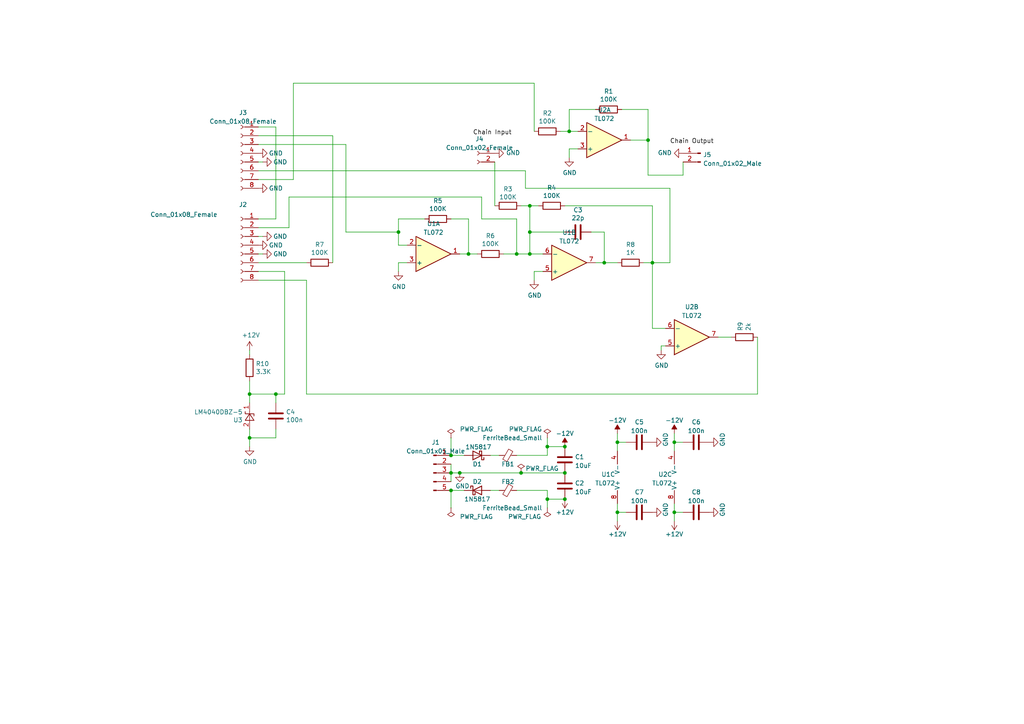
<source format=kicad_sch>
(kicad_sch (version 20211123) (generator eeschema)
  (paper "A4")
  (lib_symbols
    (symbol "Amplifier_Operational:TL072" (pin_names (offset 0.127))
      (property "Reference" "U" (at 0 5.08 0))
      (property "Value" "TL072" (at 0 -5.08 0))
      (symbol "TL072_1_1"
        (polyline (pts (xy -5.08 5.08) (xy 5.08 0) (xy -5.08 -5.08) (xy -5.08 5.08)) (stroke (width 0.254)) (fill (type background)))
        (pin output line (at 7.62 0 180) (length 2.54) (name "~") (number "1"))
        (pin input line (at -7.62 -2.54 0) (length 2.54) (name "-") (number "2"))
        (pin input line (at -7.62 2.54 0) (length 2.54) (name "+") (number "3"))
      )
      (symbol "TL072_2_1"
        (polyline (pts (xy -5.08 5.08) (xy 5.08 0) (xy -5.08 -5.08) (xy -5.08 5.08)) (stroke (width 0.254)) (fill (type background)))
        (pin input line (at -7.62 2.54 0) (length 2.54) (name "+") (number "5"))
        (pin input line (at -7.62 -2.54 0) (length 2.54) (name "-") (number "6"))
        (pin output line (at 7.62 0 180) (length 2.54) (name "~") (number "7"))
      )
      (symbol "TL072_3_1"
        (pin power_in line (at -2.54 -7.62 90) (length 3.81) (name "V-") (number "4"))
        (pin power_in line (at -2.54 7.62 270) (length 3.81) (name "V+") (number "8"))
      )
    )
    (symbol "Connector:Conn_01x02_Female" (pin_names (offset 1.016) hide)
      (property "Reference" "J" (at 0 2.54 0))
      (property "Value" "Conn_01x02_Female" (at 0 -5.08 0))
      (symbol "Conn_01x02_Female_1_1"
        (arc (start 0 -2.032) (mid -0.508 -2.54) (end 0 -3.048) (stroke (width 0.1524)))
        (polyline (pts (xy -1.27 -2.54) (xy -0.508 -2.54)) (stroke (width 0.1524)))
        (polyline (pts (xy -1.27 0) (xy -0.508 0)) (stroke (width 0.1524)))
        (arc (start 0 0.508) (mid -0.508 0) (end 0 -0.508) (stroke (width 0.1524)))
        (pin passive line (at -5.08 0 0) (length 3.81) (name "Pin_1") (number "1"))
        (pin passive line (at -5.08 -2.54 0) (length 3.81) (name "Pin_2") (number "2"))
      )
    )
    (symbol "Connector:Conn_01x02_Male" (pin_names (offset 1.016) hide)
      (property "Reference" "J" (at 0 2.54 0))
      (property "Value" "Conn_01x02_Male" (at 0 -5.08 0))
      (symbol "Conn_01x02_Male_1_1"
        (polyline (pts (xy 1.27 -2.54) (xy 0.8636 -2.54)) (stroke (width 0.1524)))
        (polyline (pts (xy 1.27 0) (xy 0.8636 0)) (stroke (width 0.1524)))
        (rectangle (start 0.8636 -2.413) (end 0 -2.667) (stroke (width 0.1524)) (fill (type outline)))
        (rectangle (start 0.8636 0.127) (end 0 -0.127) (stroke (width 0.1524)) (fill (type outline)))
        (pin passive line (at 5.08 0 180) (length 3.81) (name "Pin_1") (number "1"))
        (pin passive line (at 5.08 -2.54 180) (length 3.81) (name "Pin_2") (number "2"))
      )
    )
    (symbol "Connector:Conn_01x05_Male" (pin_names (offset 1.016) hide)
      (property "Reference" "J" (at 0 7.62 0))
      (property "Value" "Conn_01x05_Male" (at 0 -7.62 0))
      (symbol "Conn_01x05_Male_1_1"
        (polyline (pts (xy 1.27 -5.08) (xy 0.8636 -5.08)) (stroke (width 0.1524)))
        (polyline (pts (xy 1.27 -2.54) (xy 0.8636 -2.54)) (stroke (width 0.1524)))
        (polyline (pts (xy 1.27 0) (xy 0.8636 0)) (stroke (width 0.1524)))
        (polyline (pts (xy 1.27 2.54) (xy 0.8636 2.54)) (stroke (width 0.1524)))
        (polyline (pts (xy 1.27 5.08) (xy 0.8636 5.08)) (stroke (width 0.1524)))
        (rectangle (start 0.8636 -4.953) (end 0 -5.207) (stroke (width 0.1524)) (fill (type outline)))
        (rectangle (start 0.8636 -2.413) (end 0 -2.667) (stroke (width 0.1524)) (fill (type outline)))
        (rectangle (start 0.8636 0.127) (end 0 -0.127) (stroke (width 0.1524)) (fill (type outline)))
        (rectangle (start 0.8636 2.667) (end 0 2.413) (stroke (width 0.1524)) (fill (type outline)))
        (rectangle (start 0.8636 5.207) (end 0 4.953) (stroke (width 0.1524)) (fill (type outline)))
        (pin passive line (at 5.08 5.08 180) (length 3.81) (name "Pin_1") (number "1"))
        (pin passive line (at 5.08 2.54 180) (length 3.81) (name "Pin_2") (number "2"))
        (pin passive line (at 5.08 0 180) (length 3.81) (name "Pin_3") (number "3"))
        (pin passive line (at 5.08 -2.54 180) (length 3.81) (name "Pin_4") (number "4"))
        (pin passive line (at 5.08 -5.08 180) (length 3.81) (name "Pin_5") (number "5"))
      )
    )
    (symbol "Connector:Conn_01x08_Female" (pin_names (offset 1.016) hide)
      (property "Reference" "J" (at 0 10.16 0))
      (property "Value" "Conn_01x08_Female" (at 0 -12.7 0))
      (symbol "Conn_01x08_Female_1_1"
        (arc (start 0 -9.652) (mid -0.508 -10.16) (end 0 -10.668) (stroke (width 0.1524)))
        (arc (start 0 -7.112) (mid -0.508 -7.62) (end 0 -8.128) (stroke (width 0.1524)))
        (arc (start 0 -4.572) (mid -0.508 -5.08) (end 0 -5.588) (stroke (width 0.1524)))
        (arc (start 0 -2.032) (mid -0.508 -2.54) (end 0 -3.048) (stroke (width 0.1524)))
        (polyline (pts (xy -1.27 -10.16) (xy -0.508 -10.16)) (stroke (width 0.1524)))
        (polyline (pts (xy -1.27 -7.62) (xy -0.508 -7.62)) (stroke (width 0.1524)))
        (polyline (pts (xy -1.27 -5.08) (xy -0.508 -5.08)) (stroke (width 0.1524)))
        (polyline (pts (xy -1.27 -2.54) (xy -0.508 -2.54)) (stroke (width 0.1524)))
        (polyline (pts (xy -1.27 0) (xy -0.508 0)) (stroke (width 0.1524)))
        (polyline (pts (xy -1.27 2.54) (xy -0.508 2.54)) (stroke (width 0.1524)))
        (polyline (pts (xy -1.27 5.08) (xy -0.508 5.08)) (stroke (width 0.1524)))
        (polyline (pts (xy -1.27 7.62) (xy -0.508 7.62)) (stroke (width 0.1524)))
        (arc (start 0 0.508) (mid -0.508 0) (end 0 -0.508) (stroke (width 0.1524)))
        (arc (start 0 3.048) (mid -0.508 2.54) (end 0 2.032) (stroke (width 0.1524)))
        (arc (start 0 5.588) (mid -0.508 5.08) (end 0 4.572) (stroke (width 0.1524)))
        (arc (start 0 8.128) (mid -0.508 7.62) (end 0 7.112) (stroke (width 0.1524)))
        (pin passive line (at -5.08 7.62 0) (length 3.81) (name "Pin_1") (number "1"))
        (pin passive line (at -5.08 5.08 0) (length 3.81) (name "Pin_2") (number "2"))
        (pin passive line (at -5.08 2.54 0) (length 3.81) (name "Pin_3") (number "3"))
        (pin passive line (at -5.08 0 0) (length 3.81) (name "Pin_4") (number "4"))
        (pin passive line (at -5.08 -2.54 0) (length 3.81) (name "Pin_5") (number "5"))
        (pin passive line (at -5.08 -5.08 0) (length 3.81) (name "Pin_6") (number "6"))
        (pin passive line (at -5.08 -7.62 0) (length 3.81) (name "Pin_7") (number "7"))
        (pin passive line (at -5.08 -10.16 0) (length 3.81) (name "Pin_8") (number "8"))
      )
    )
    (symbol "Device:C" (pin_numbers hide) (pin_names (offset 0.254))
      (property "Reference" "C" (at 0.635 2.54 0))
      (property "Value" "C" (at 0.635 -2.54 0))
      (symbol "C_0_1"
        (polyline (pts (xy -2.032 -0.762) (xy 2.032 -0.762)) (stroke (width 0.508)))
        (polyline (pts (xy -2.032 0.762) (xy 2.032 0.762)) (stroke (width 0.508)))
      )
      (symbol "C_1_1"
        (pin passive line (at 0 3.81 270) (length 2.794) (name "~") (number "1"))
        (pin passive line (at 0 -3.81 90) (length 2.794) (name "~") (number "2"))
      )
    )
    (symbol "Device:FerriteBead_Small" (pin_numbers hide) (pin_names (offset 0))
      (property "Reference" "FB" (at 1.905 1.27 0))
      (property "Value" "FerriteBead_Small" (at 1.905 -1.27 0))
      (symbol "FerriteBead_Small_0_1"
        (polyline (pts (xy 0 -1.27) (xy 0 -0.7874)))
        (polyline (pts (xy 0 0.889) (xy 0 1.2954)))
        (polyline (pts (xy -1.8288 0.2794) (xy -1.1176 1.4986) (xy 1.8288 -0.2032) (xy 1.1176 -1.4224) (xy -1.8288 0.2794)))
      )
      (symbol "FerriteBead_Small_1_1"
        (pin passive line (at 0 2.54 270) (length 1.27) (name "~") (number "1"))
        (pin passive line (at 0 -2.54 90) (length 1.27) (name "~") (number "2"))
      )
    )
    (symbol "Device:R" (pin_numbers hide) (pin_names (offset 0))
      (property "Reference" "R" (at 2.032 0 90))
      (property "Value" "R" (at 0 0 90))
      (symbol "R_0_1"
        (rectangle (start -1.016 -2.54) (end 1.016 2.54) (stroke (width 0.254)))
      )
      (symbol "R_1_1"
        (pin passive line (at 0 3.81 270) (length 1.27) (name "~") (number "1"))
        (pin passive line (at 0 -3.81 90) (length 1.27) (name "~") (number "2"))
      )
    )
    (symbol "Diode:1N5817" (pin_numbers hide) (pin_names (offset 1.016) hide)
      (property "Reference" "D" (at 0 2.54 0))
      (property "Value" "1N5817" (at 0 -2.54 0))
      (symbol "1N5817_0_1"
        (polyline (pts (xy 1.27 0) (xy -1.27 0)))
        (polyline (pts (xy 1.27 1.27) (xy 1.27 -1.27) (xy -1.27 0) (xy 1.27 1.27)) (stroke (width 0.254)))
        (polyline (pts (xy -1.905 0.635) (xy -1.905 1.27) (xy -1.27 1.27) (xy -1.27 -1.27) (xy -0.635 -1.27) (xy -0.635 -0.635)) (stroke (width 0.254)))
      )
      (symbol "1N5817_1_1"
        (pin passive line (at -3.81 0 0) (length 2.54) (name "K") (number "1"))
        (pin passive line (at 3.81 0 180) (length 2.54) (name "A") (number "2"))
      )
    )
    (symbol "Reference_Voltage:LM4040DBZ-5" (pin_names (offset 0.0254) hide)
      (property "Reference" "U" (at 0 2.54 0))
      (property "Value" "LM4040DBZ-5" (at 0 -3.175 0))
      (symbol "LM4040DBZ-5_0_1"
        (polyline (pts (xy -1.27 0) (xy 0 0) (xy 1.27 0)))
        (polyline (pts (xy -1.27 -1.27) (xy 0.635 0) (xy -1.27 1.27) (xy -1.27 -1.27)) (stroke (width 0.2032)))
        (polyline (pts (xy 0 -1.27) (xy 0.635 -1.27) (xy 0.635 1.27) (xy 1.27 1.27)) (stroke (width 0.2032)))
      )
      (symbol "LM4040DBZ-5_1_1"
        (pin passive line (at 3.81 0 180) (length 2.54) (name "K") (number "1"))
        (pin passive line (at -3.81 0 0) (length 2.54) (name "A") (number "2"))
      )
    )
    (symbol "power:+12V" (power) (pin_names (offset 0))
      (property "Value" "+12V" (at 0 3.556 0))
      (symbol "+12V_0_1"
        (polyline (pts (xy -0.762 1.27) (xy 0 2.54)))
        (polyline (pts (xy 0 0) (xy 0 2.54)))
        (polyline (pts (xy 0 2.54) (xy 0.762 1.27)))
      )
      (symbol "+12V_1_1"
        (pin power_in line (at 0 0 90) (length 0) hide (name "+12V") (number "1"))
      )
    )
    (symbol "power:-12V" (power) (pin_names (offset 0))
      (property "Value" "-12V" (at 0 3.81 0))
      (symbol "-12V_0_0"
        (pin power_in line (at 0 0 90) (length 0) hide (name "-12V") (number "1"))
      )
      (symbol "-12V_0_1"
        (polyline (pts (xy 0 0) (xy 0 1.27) (xy 0.762 1.27) (xy 0 2.54) (xy -0.762 1.27) (xy 0 1.27)) (fill (type outline)))
      )
    )
    (symbol "power:GND" (power) (pin_names (offset 0))
      (property "Value" "GND" (at 0 -3.81 0))
      (symbol "GND_0_1"
        (polyline (pts (xy 0 0) (xy 0 -1.27) (xy 1.27 -1.27) (xy 0 -2.54) (xy -1.27 -1.27) (xy 0 -1.27)))
      )
      (symbol "GND_1_1"
        (pin power_in line (at 0 0 270) (length 0) hide (name "GND") (number "1"))
      )
    )
    (symbol "power:PWR_FLAG" (power) (pin_numbers hide) (pin_names (offset 0) hide)
      (property "Value" "PWR_FLAG" (at 0 3.81 0))
      (symbol "PWR_FLAG_0_0"
        (pin power_out line (at 0 0 90) (length 0) (name "pwr") (number "1"))
      )
      (symbol "PWR_FLAG_0_1"
        (polyline (pts (xy 0 0) (xy 0 1.27) (xy -1.016 1.905) (xy 0 2.54) (xy 1.016 1.905) (xy 0 1.27)))
      )
    )
  )
  (junction (at 189.23 76.2))
  (junction (at 151.13 137.16))
  (junction (at 158.75 129.54))
  (junction (at 130.81 142.24))
  (junction (at 195.58 148.59))
  (junction (at 158.75 144.78))
  (junction (at 153.67 73.66))
  (junction (at 163.83 137.16))
  (junction (at 80.01 114.3))
  (junction (at 187.96 40.64))
  (junction (at 195.58 128.27))
  (junction (at 179.07 148.59))
  (junction (at 72.39 127))
  (junction (at 153.67 59.69))
  (junction (at 175.26 76.2))
  (junction (at 153.67 67.31))
  (junction (at 130.81 137.16))
  (junction (at 179.07 128.27))
  (junction (at 133.35 137.16))
  (junction (at 115.57 67.31))
  (junction (at 163.83 144.78))
  (junction (at 165.1 38.1))
  (junction (at 130.81 132.08))
  (junction (at 163.83 129.54))
  (junction (at 149.86 73.66))
  (junction (at 135.89 73.66))
  (junction (at 72.39 114.3))
  (wire (pts (xy 189.23 76.2) (xy 186.69 76.2)))
  (wire (pts (xy 149.86 73.66) (xy 153.67 73.66)))
  (wire (pts (xy 74.93 36.83) (xy 80.01 36.83)))
  (wire (pts (xy 219.71 97.79) (xy 219.71 114.3)))
  (wire (pts (xy 133.35 137.16) (xy 151.13 137.16)))
  (wire (pts (xy 171.45 67.31) (xy 175.26 67.31)))
  (wire (pts (xy 144.78 142.24) (xy 142.24 142.24)))
  (wire (pts (xy 163.83 144.78) (xy 158.75 144.78)))
  (wire (pts (xy 72.39 127) (xy 80.01 127)))
  (wire (pts (xy 130.81 142.24) (xy 130.81 147.32)))
  (wire (pts (xy 74.93 46.99) (xy 76.2 46.99)))
  (wire (pts (xy 187.96 50.8) (xy 198.12 50.8)))
  (wire (pts (xy 74.93 76.2) (xy 88.9 76.2)))
  (wire (pts (xy 193.04 100.33) (xy 191.77 100.33)))
  (wire (pts (xy 139.7 57.15) (xy 83.82 57.15)))
  (wire (pts (xy 179.07 146.05) (xy 179.07 148.59)))
  (wire (pts (xy 151.13 59.69) (xy 153.67 59.69)))
  (wire (pts (xy 189.23 76.2) (xy 194.31 76.2)))
  (wire (pts (xy 158.75 147.32) (xy 158.75 144.78)))
  (wire (pts (xy 118.11 76.2) (xy 115.57 76.2)))
  (wire (pts (xy 115.57 71.12) (xy 115.57 67.31)))
  (wire (pts (xy 158.75 144.78) (xy 158.75 142.24)))
  (wire (pts (xy 152.4 49.53) (xy 152.4 54.61)))
  (wire (pts (xy 115.57 71.12) (xy 118.11 71.12)))
  (wire (pts (xy 156.21 59.69) (xy 153.67 59.69)))
  (wire (pts (xy 167.64 43.18) (xy 165.1 43.18)))
  (wire (pts (xy 191.77 100.33) (xy 191.77 101.6)))
  (wire (pts (xy 187.96 40.64) (xy 187.96 31.75)))
  (wire (pts (xy 130.81 134.62) (xy 130.81 137.16)))
  (wire (pts (xy 195.58 148.59) (xy 198.12 148.59)))
  (wire (pts (xy 130.81 127) (xy 130.81 132.08)))
  (wire (pts (xy 163.83 67.31) (xy 153.67 67.31)))
  (wire (pts (xy 100.33 67.31) (xy 115.57 67.31)))
  (wire (pts (xy 172.72 76.2) (xy 175.26 76.2)))
  (wire (pts (xy 76.2 73.66) (xy 74.93 73.66)))
  (wire (pts (xy 115.57 63.5) (xy 123.19 63.5)))
  (wire (pts (xy 115.57 67.31) (xy 115.57 63.5)))
  (wire (pts (xy 154.94 24.13) (xy 154.94 38.1)))
  (wire (pts (xy 143.51 46.99) (xy 143.51 59.69)))
  (wire (pts (xy 151.13 137.16) (xy 163.83 137.16)))
  (wire (pts (xy 158.75 129.54) (xy 158.75 132.08)))
  (wire (pts (xy 130.81 132.08) (xy 134.62 132.08)))
  (wire (pts (xy 154.94 24.13) (xy 85.09 24.13)))
  (wire (pts (xy 189.23 76.2) (xy 189.23 95.25)))
  (wire (pts (xy 163.83 129.54) (xy 158.75 129.54)))
  (wire (pts (xy 144.78 132.08) (xy 142.24 132.08)))
  (wire (pts (xy 195.58 125.73) (xy 195.58 128.27)))
  (wire (pts (xy 175.26 76.2) (xy 179.07 76.2)))
  (wire (pts (xy 130.81 142.24) (xy 134.62 142.24)))
  (wire (pts (xy 96.52 76.2) (xy 96.52 39.37)))
  (wire (pts (xy 195.58 146.05) (xy 195.58 148.59)))
  (wire (pts (xy 85.09 24.13) (xy 85.09 52.07)))
  (wire (pts (xy 179.07 125.73) (xy 179.07 128.27)))
  (wire (pts (xy 208.28 97.79) (xy 212.09 97.79)))
  (wire (pts (xy 133.35 137.16) (xy 130.81 137.16)))
  (wire (pts (xy 165.1 31.75) (xy 165.1 38.1)))
  (wire (pts (xy 74.93 49.53) (xy 152.4 49.53)))
  (wire (pts (xy 149.86 63.5) (xy 139.7 63.5)))
  (wire (pts (xy 139.7 63.5) (xy 139.7 57.15)))
  (wire (pts (xy 88.9 114.3) (xy 219.71 114.3)))
  (wire (pts (xy 195.58 128.27) (xy 195.58 130.81)))
  (wire (pts (xy 187.96 50.8) (xy 187.96 40.64)))
  (wire (pts (xy 80.01 36.83) (xy 80.01 63.5)))
  (wire (pts (xy 153.67 73.66) (xy 157.48 73.66)))
  (wire (pts (xy 198.12 50.8) (xy 198.12 46.99)))
  (wire (pts (xy 149.86 73.66) (xy 149.86 63.5)))
  (wire (pts (xy 130.81 63.5) (xy 135.89 63.5)))
  (wire (pts (xy 187.96 31.75) (xy 180.34 31.75)))
  (wire (pts (xy 189.23 95.25) (xy 193.04 95.25)))
  (wire (pts (xy 194.31 54.61) (xy 194.31 76.2)))
  (wire (pts (xy 158.75 127) (xy 158.75 129.54)))
  (wire (pts (xy 179.07 128.27) (xy 181.61 128.27)))
  (wire (pts (xy 175.26 67.31) (xy 175.26 76.2)))
  (wire (pts (xy 74.93 78.74) (xy 82.55 78.74)))
  (wire (pts (xy 83.82 57.15) (xy 83.82 66.04)))
  (wire (pts (xy 83.82 66.04) (xy 74.93 66.04)))
  (wire (pts (xy 179.07 128.27) (xy 179.07 130.81)))
  (wire (pts (xy 158.75 142.24) (xy 149.86 142.24)))
  (wire (pts (xy 130.81 137.16) (xy 130.81 139.7)))
  (wire (pts (xy 135.89 73.66) (xy 138.43 73.66)))
  (wire (pts (xy 162.56 38.1) (xy 165.1 38.1)))
  (wire (pts (xy 115.57 76.2) (xy 115.57 78.74)))
  (wire (pts (xy 80.01 63.5) (xy 74.93 63.5)))
  (wire (pts (xy 80.01 114.3) (xy 72.39 114.3)))
  (wire (pts (xy 153.67 59.69) (xy 153.67 67.31)))
  (wire (pts (xy 182.88 40.64) (xy 187.96 40.64)))
  (wire (pts (xy 195.58 148.59) (xy 195.58 151.13)))
  (wire (pts (xy 165.1 38.1) (xy 167.64 38.1)))
  (wire (pts (xy 100.33 41.91) (xy 74.93 41.91)))
  (wire (pts (xy 72.39 110.49) (xy 72.39 114.3)))
  (wire (pts (xy 72.39 116.84) (xy 72.39 114.3)))
  (wire (pts (xy 195.58 128.27) (xy 198.12 128.27)))
  (wire (pts (xy 135.89 63.5) (xy 135.89 73.66)))
  (wire (pts (xy 82.55 78.74) (xy 82.55 114.3)))
  (wire (pts (xy 72.39 129.54) (xy 72.39 127)))
  (wire (pts (xy 100.33 67.31) (xy 100.33 41.91)))
  (wire (pts (xy 133.35 73.66) (xy 135.89 73.66)))
  (wire (pts (xy 88.9 114.3) (xy 88.9 81.28)))
  (wire (pts (xy 82.55 114.3) (xy 80.01 114.3)))
  (wire (pts (xy 152.4 54.61) (xy 194.31 54.61)))
  (wire (pts (xy 157.48 78.74) (xy 154.94 78.74)))
  (wire (pts (xy 88.9 81.28) (xy 74.93 81.28)))
  (wire (pts (xy 74.93 52.07) (xy 85.09 52.07)))
  (wire (pts (xy 72.39 124.46) (xy 72.39 127)))
  (wire (pts (xy 154.94 78.74) (xy 154.94 81.28)))
  (wire (pts (xy 80.01 116.84) (xy 80.01 114.3)))
  (wire (pts (xy 146.05 73.66) (xy 149.86 73.66)))
  (wire (pts (xy 179.07 148.59) (xy 181.61 148.59)))
  (wire (pts (xy 189.23 59.69) (xy 163.83 59.69)))
  (wire (pts (xy 153.67 67.31) (xy 153.67 73.66)))
  (wire (pts (xy 165.1 43.18) (xy 165.1 45.72)))
  (wire (pts (xy 76.2 68.58) (xy 74.93 68.58)))
  (wire (pts (xy 158.75 132.08) (xy 149.86 132.08)))
  (wire (pts (xy 72.39 101.6) (xy 72.39 102.87)))
  (wire (pts (xy 80.01 127) (xy 80.01 124.46)))
  (wire (pts (xy 96.52 39.37) (xy 74.93 39.37)))
  (wire (pts (xy 179.07 148.59) (xy 179.07 151.13)))
  (wire (pts (xy 189.23 76.2) (xy 189.23 59.69)))
  (wire (pts (xy 172.72 31.75) (xy 165.1 31.75)))
  (label "Chain Input" (at 137.16 39.37 0))
  (label "Chain Output" (at 194.31 41.91 0))
  (symbol (lib_id "Connector:Conn_01x08_Female") (at 69.85 44.45 0) (mirror y) (unit 1)
    (property "Reference" "J3" (at 70.485 32.673 0))
    (property "Value" "Conn_01x08_Female" (at 70.485 35.2099 0))
    (property "Footprint" "Connector_PinSocket_2.54mm:PinSocket_1x08_P2.54mm_Vertical" (effects hide))
  )
  (symbol (lib_id "power:PWR_FLAG") (at 158.75 127 0) (unit 1)
    (property "Reference" "#FLG0104" (effects hide))
    (property "Value" "PWR_FLAG" (at 152.4 124.46 0))
  )
  (symbol (lib_id "power:+12V") (at 195.58 151.13 180) (unit 1)
    (property "Reference" "#PWR022" (effects hide))
    (property "Value" "+12V" (at 195.58 154.94 0))
  )
  (symbol (lib_id "power:GND") (at 205.74 148.59 90) (unit 1)
    (property "Reference" "#PWR020" (effects hide))
    (property "Value" "GND" (at 209.55 149.86 0) (effects (justify left)))
  )
  (symbol (lib_id "power:+12V") (at 163.83 144.78 180) (unit 1)
    (property "Reference" "#PWR0104" (effects hide))
    (property "Value" "+12V" (at 163.83 148.59 0))
  )
  (symbol (lib_id "Device:R") (at 72.39 106.68 0) (unit 1)
    (property "Reference" "R10" (at 74.168 105.5116 0) (effects (justify left)))
    (property "Value" "3.3K" (at 74.168 107.823 0) (effects (justify left)))
    (property "Footprint" "Resistor_SMD:R_0603_1608Metric" (effects hide))
  )
  (symbol (lib_id "Device:R") (at 160.02 59.69 90) (unit 1)
    (property "Reference" "R4" (at 160.02 54.4322 90))
    (property "Value" "100K" (at 160.02 56.7436 90))
    (property "Footprint" "Resistor_SMD:R_0603_1608Metric" (effects hide))
  )
  (symbol (lib_id "power:GND") (at 165.1 45.72 0) (unit 1)
    (property "Reference" "#PWR04" (effects hide))
    (property "Value" "GND" (at 165.227 50.1142 0))
  )
  (symbol (lib_id "Device:C") (at 163.83 140.97 0) (unit 1)
    (property "Reference" "C2" (at 166.751 140.1353 0) (effects (justify left)))
    (property "Value" "10uF" (at 166.751 142.6722 0) (effects (justify left)))
    (property "Footprint" "Capacitor_SMD:C_0805_2012Metric" (effects hide))
  )
  (symbol (lib_id "power:GND") (at 76.2 46.99 90) (unit 1)
    (property "Reference" "#PWR05" (effects hide))
    (property "Value" "GND" (at 81.28 46.99 90))
  )
  (symbol (lib_id "power:GND") (at 191.77 101.6 0) (unit 1)
    (property "Reference" "#PWR013" (effects hide))
    (property "Value" "GND" (at 191.897 105.9942 0))
  )
  (symbol (lib_id "power:GND") (at 115.57 78.74 0) (unit 1)
    (property "Reference" "#PWR010" (effects hide))
    (property "Value" "GND" (at 115.697 83.1342 0))
  )
  (symbol (lib_id "Device:R") (at 147.32 59.69 90) (unit 1)
    (property "Reference" "R3" (at 147.32 54.8386 90))
    (property "Value" "100K" (at 147.32 57.15 90))
    (property "Footprint" "Resistor_SMD:R_0603_1608Metric" (effects hide))
  )
  (symbol (lib_id "Diode:1N5817") (at 138.43 132.08 180) (unit 1)
    (property "Reference" "D1" (at 138.43 134.62 0))
    (property "Value" "1N5817" (at 138.7475 129.6471 0))
    (property "Footprint" "Diode_SMD:D_SOD-123" (effects hide))
    (property "Datasheet" "http://www.vishay.com/docs/88525/1n5817.pdf" (effects hide))
  )
  (symbol (lib_id "Amplifier_Operational:TL072") (at 165.1 76.2 0) (mirror x) (unit 2)
    (property "Reference" "U1" (at 165.1 67.4202 0))
    (property "Value" "TL072" (at 165.1 69.9571 0))
    (property "Footprint" "Package_SO:SOIC-8_3.9x4.9mm_P1.27mm" (effects hide))
    (property "Datasheet" "http://www.ti.com/lit/ds/symlink/tl071.pdf" (effects hide))
  )
  (symbol (lib_id "power:-12V") (at 195.58 125.73 0) (unit 1)
    (property "Reference" "#PWR015" (effects hide))
    (property "Value" "-12V" (at 195.58 121.92 0))
  )
  (symbol (lib_id "Connector:Conn_01x02_Male") (at 203.2 44.45 0) (mirror y) (unit 1)
    (property "Reference" "J5" (at 203.9112 44.8853 0) (effects (justify right)))
    (property "Value" "Conn_01x02_Male" (at 203.9112 47.4222 0) (effects (justify right)))
    (property "Footprint" "Connector_JST:JST_EH_B2B-EH-A_1x02_P2.50mm_Vertical" (effects hide))
  )
  (symbol (lib_id "Device:R") (at 158.75 38.1 90) (unit 1)
    (property "Reference" "R2" (at 158.75 32.8422 90))
    (property "Value" "100K" (at 158.75 35.1536 90))
    (property "Footprint" "Resistor_SMD:R_0603_1608Metric" (effects hide))
  )
  (symbol (lib_id "power:GND") (at 76.2 73.66 90) (unit 1)
    (property "Reference" "#PWR09" (effects hide))
    (property "Value" "GND" (at 81.28 73.66 90))
  )
  (symbol (lib_id "Amplifier_Operational:TL072") (at 175.26 40.64 0) (mirror x) (unit 1)
    (property "Reference" "U2" (at 175.26 31.8602 0))
    (property "Value" "TL072" (at 175.26 34.3971 0))
    (property "Footprint" "Package_SO:SOIC-8_3.9x4.9mm_P1.27mm" (effects hide))
    (property "Datasheet" "http://www.ti.com/lit/ds/symlink/tl071.pdf" (effects hide))
  )
  (symbol (lib_id "Diode:1N5817") (at 138.43 142.24 0) (unit 1)
    (property "Reference" "D2" (at 138.43 139.7 0))
    (property "Value" "1N5817" (at 138.43 144.78 0))
    (property "Footprint" "Diode_SMD:D_SOD-123" (effects hide))
    (property "Datasheet" "http://www.vishay.com/docs/88525/1n5817.pdf" (effects hide))
  )
  (symbol (lib_id "Amplifier_Operational:TL072") (at 200.66 97.79 0) (mirror x) (unit 2)
    (property "Reference" "U2" (at 200.66 89.0102 0))
    (property "Value" "TL072" (at 200.66 91.5471 0))
    (property "Footprint" "Package_SO:SOIC-8_3.9x4.9mm_P1.27mm" (effects hide))
    (property "Datasheet" "http://www.ti.com/lit/ds/symlink/tl071.pdf" (effects hide))
  )
  (symbol (lib_id "power:GND") (at 205.74 128.27 90) (unit 1)
    (property "Reference" "#PWR017" (effects hide))
    (property "Value" "GND" (at 209.55 129.54 0) (effects (justify left)))
  )
  (symbol (lib_id "Device:R") (at 176.53 31.75 90) (unit 1)
    (property "Reference" "R1" (at 176.53 26.4922 90))
    (property "Value" "100K" (at 176.53 28.8036 90))
    (property "Footprint" "Resistor_SMD:R_0603_1608Metric" (effects hide))
  )
  (symbol (lib_id "Device:R") (at 142.24 73.66 90) (unit 1)
    (property "Reference" "R6" (at 142.24 68.4022 90))
    (property "Value" "100K" (at 142.24 70.7136 90))
    (property "Footprint" "Resistor_SMD:R_0603_1608Metric" (effects hide))
  )
  (symbol (lib_id "power:GND") (at 76.2 68.58 90) (unit 1)
    (property "Reference" "#PWR07" (effects hide))
    (property "Value" "GND" (at 81.28 68.58 90))
  )
  (symbol (lib_id "power:GND") (at 74.93 71.12 90) (unit 1)
    (property "Reference" "#PWR08" (effects hide))
    (property "Value" "GND" (at 80.01 71.12 90))
  )
  (symbol (lib_id "Connector:Conn_01x02_Female") (at 138.43 44.45 0) (mirror y) (unit 1)
    (property "Reference" "J4" (at 139.065 40.293 0))
    (property "Value" "Conn_01x02_Female" (at 139.065 42.8299 0))
    (property "Footprint" "Connector_JST:JST_EH_B2B-EH-A_1x02_P2.50mm_Vertical" (effects hide))
  )
  (symbol (lib_id "power:PWR_FLAG") (at 158.75 147.32 180) (unit 1)
    (property "Reference" "#FLG0103" (effects hide))
    (property "Value" "PWR_FLAG" (at 147.32 149.86 0) (effects (justify right)))
  )
  (symbol (lib_id "power:PWR_FLAG") (at 130.81 147.32 180) (unit 1)
    (property "Reference" "#FLG0101" (effects hide))
    (property "Value" "PWR_FLAG" (at 133.35 149.86 0) (effects (justify right)))
  )
  (symbol (lib_id "Device:C") (at 185.42 148.59 90) (unit 1)
    (property "Reference" "C7" (at 185.42 142.7312 90))
    (property "Value" "100n" (at 185.42 145.2681 90))
    (property "Footprint" "Capacitor_SMD:C_0603_1608Metric" (effects hide))
  )
  (symbol (lib_id "power:GND") (at 74.93 54.61 90) (unit 1)
    (property "Reference" "#PWR06" (effects hide))
    (property "Value" "GND" (at 80.01 54.61 90))
  )
  (symbol (lib_id "power:GND") (at 198.12 44.45 270) (mirror x) (unit 1)
    (property "Reference" "#PWR03" (effects hide))
    (property "Value" "GND" (at 194.8688 44.323 90) (effects (justify right)))
  )
  (symbol (lib_id "Connector:Conn_01x08_Female") (at 69.85 71.12 0) (mirror y) (unit 1)
    (property "Reference" "J2" (at 70.485 59.343 0))
    (property "Value" "Conn_01x08_Female" (at 53.34 62.23 0))
    (property "Footprint" "Connector_PinSocket_2.54mm:PinSocket_1x08_P2.54mm_Vertical" (effects hide))
  )
  (symbol (lib_id "Amplifier_Operational:TL072") (at 181.61 138.43 0) (mirror x) (unit 3)
    (property "Reference" "U1" (at 178.4351 137.5953 0) (effects (justify right)))
    (property "Value" "TL072" (at 178.4351 140.1322 0) (effects (justify right)))
    (property "Footprint" "Package_SO:SOIC-8_3.9x4.9mm_P1.27mm" (effects hide))
    (property "Datasheet" "http://www.ti.com/lit/ds/symlink/tl071.pdf" (effects hide))
  )
  (symbol (lib_id "Amplifier_Operational:TL072") (at 125.73 73.66 0) (mirror x) (unit 1)
    (property "Reference" "U1" (at 125.73 64.8802 0))
    (property "Value" "TL072" (at 125.73 67.4171 0))
    (property "Footprint" "Package_SO:SOIC-8_3.9x4.9mm_P1.27mm" (effects hide))
    (property "Datasheet" "http://www.ti.com/lit/ds/symlink/tl071.pdf" (effects hide))
  )
  (symbol (lib_id "Device:C") (at 201.93 148.59 90) (unit 1)
    (property "Reference" "C8" (at 201.93 142.7312 90))
    (property "Value" "100n" (at 201.93 145.2681 90))
    (property "Footprint" "Capacitor_SMD:C_0603_1608Metric" (effects hide))
  )
  (symbol (lib_id "power:GND") (at 74.93 44.45 90) (unit 1)
    (property "Reference" "#PWR01" (effects hide))
    (property "Value" "GND" (at 80.01 44.45 90))
  )
  (symbol (lib_id "Device:R") (at 182.88 76.2 90) (unit 1)
    (property "Reference" "R8" (at 182.88 70.9422 90))
    (property "Value" "1K" (at 182.88 73.2536 90))
    (property "Footprint" "Resistor_SMD:R_0603_1608Metric" (effects hide))
  )
  (symbol (lib_id "power:GND") (at 72.39 129.54 0) (unit 1)
    (property "Reference" "#PWR018" (effects hide))
    (property "Value" "GND" (at 72.517 133.9342 0))
  )
  (symbol (lib_id "Device:FerriteBead_Small") (at 147.32 142.24 90) (unit 1)
    (property "Reference" "FB2" (at 147.32 139.7 90))
    (property "Value" "FerriteBead_Small" (at 148.59 147.32 90))
    (property "Footprint" "Resistor_SMD:R_0603_1608Metric" (effects hide))
  )
  (symbol (lib_id "Amplifier_Operational:TL072") (at 198.12 138.43 0) (mirror x) (unit 3)
    (property "Reference" "U2" (at 194.9451 137.5953 0) (effects (justify right)))
    (property "Value" "TL072" (at 194.9451 140.1322 0) (effects (justify right)))
    (property "Footprint" "Package_SO:SOIC-8_3.9x4.9mm_P1.27mm" (effects hide))
    (property "Datasheet" "http://www.ti.com/lit/ds/symlink/tl071.pdf" (effects hide))
  )
  (symbol (lib_id "Device:C") (at 185.42 128.27 90) (unit 1)
    (property "Reference" "C5" (at 185.42 122.4112 90))
    (property "Value" "100n" (at 185.42 124.9481 90))
    (property "Footprint" "Capacitor_SMD:C_0603_1608Metric" (effects hide))
  )
  (symbol (lib_id "power:GND") (at 143.51 44.45 90) (unit 1)
    (property "Reference" "#PWR02" (effects hide))
    (property "Value" "GND" (at 146.7612 44.323 90) (effects (justify right)))
  )
  (symbol (lib_id "Device:C") (at 163.83 133.35 0) (unit 1)
    (property "Reference" "C1" (at 166.751 132.5153 0) (effects (justify left)))
    (property "Value" "10uF" (at 166.751 135.0522 0) (effects (justify left)))
    (property "Footprint" "Capacitor_SMD:C_0805_2012Metric" (effects hide))
  )
  (symbol (lib_id "power:-12V") (at 179.07 125.73 0) (unit 1)
    (property "Reference" "#PWR014" (effects hide))
    (property "Value" "-12V" (at 179.07 121.92 0))
  )
  (symbol (lib_id "power:GND") (at 189.23 128.27 90) (unit 1)
    (property "Reference" "#PWR016" (effects hide))
    (property "Value" "GND" (at 193.04 129.54 0) (effects (justify left)))
  )
  (symbol (lib_id "Device:C") (at 80.01 120.65 180) (unit 1)
    (property "Reference" "C4" (at 82.931 119.4816 0) (effects (justify right)))
    (property "Value" "100n" (at 82.931 121.793 0) (effects (justify right)))
    (property "Footprint" "Capacitor_SMD:C_0603_1608Metric" (effects hide))
  )
  (symbol (lib_id "Device:FerriteBead_Small") (at 147.32 132.08 90) (unit 1)
    (property "Reference" "FB1" (at 147.32 134.62 90))
    (property "Value" "FerriteBead_Small" (at 148.59 127 90))
    (property "Footprint" "Resistor_SMD:R_0603_1608Metric" (effects hide))
  )
  (symbol (lib_id "power:GND") (at 133.35 137.16 0) (unit 1)
    (property "Reference" "#PWR0102" (effects hide))
    (property "Value" "GND" (at 132.08 140.97 0) (effects (justify left)))
  )
  (symbol (lib_id "Device:R") (at 92.71 76.2 90) (unit 1)
    (property "Reference" "R7" (at 92.71 70.9422 90))
    (property "Value" "100K" (at 92.71 73.2536 90))
    (property "Footprint" "Resistor_SMD:R_0603_1608Metric" (effects hide))
  )
  (symbol (lib_id "power:GND") (at 189.23 148.59 90) (unit 1)
    (property "Reference" "#PWR019" (effects hide))
    (property "Value" "GND" (at 193.04 149.86 0) (effects (justify left)))
  )
  (symbol (lib_id "power:GND") (at 154.94 81.28 0) (unit 1)
    (property "Reference" "#PWR011" (effects hide))
    (property "Value" "GND" (at 155.067 85.6742 0))
  )
  (symbol (lib_id "power:PWR_FLAG") (at 130.81 127 0) (unit 1)
    (property "Reference" "#FLG0102" (effects hide))
    (property "Value" "PWR_FLAG" (at 133.35 124.46 0) (effects (justify left)))
  )
  (symbol (lib_id "Device:C") (at 201.93 128.27 90) (unit 1)
    (property "Reference" "C6" (at 201.93 122.4112 90))
    (property "Value" "100n" (at 201.93 124.9481 90))
    (property "Footprint" "Capacitor_SMD:C_0603_1608Metric" (effects hide))
  )
  (symbol (lib_id "Reference_Voltage:LM4040DBZ-5") (at 72.39 120.65 90) (unit 1)
    (property "Reference" "U3" (at 70.3834 121.8184 90) (effects (justify left)))
    (property "Value" "LM4040DBZ-5" (at 70.3834 119.507 90) (effects (justify left)))
    (property "Footprint" "Package_TO_SOT_SMD:SOT-23" (effects hide))
    (property "Datasheet" "http://www.ti.com/lit/ds/symlink/lm4040-n.pdf" (effects hide))
  )
  (symbol (lib_id "power:+12V") (at 72.39 101.6 0) (unit 1)
    (property "Reference" "#PWR012" (effects hide))
    (property "Value" "+12V" (at 72.771 97.2058 0))
  )
  (symbol (lib_id "power:+12V") (at 179.07 151.13 180) (unit 1)
    (property "Reference" "#PWR021" (effects hide))
    (property "Value" "+12V" (at 179.07 154.94 0))
  )
  (symbol (lib_id "Device:C") (at 167.64 67.31 270) (unit 1)
    (property "Reference" "C3" (at 167.64 60.9092 90))
    (property "Value" "22p" (at 167.64 63.2206 90))
    (property "Footprint" "Capacitor_SMD:C_0603_1608Metric" (effects hide))
  )
  (symbol (lib_id "Device:R") (at 215.9 97.79 90) (unit 1)
    (property "Reference" "R9" (at 214.7316 96.012 0) (effects (justify left)))
    (property "Value" "2k" (at 217.043 96.012 0) (effects (justify left)))
    (property "Footprint" "Resistor_SMD:R_0603_1608Metric" (effects hide))
  )
  (symbol (lib_id "power:-12V") (at 163.83 129.54 0) (unit 1)
    (property "Reference" "#PWR0103" (effects hide))
    (property "Value" "-12V" (at 163.83 125.73 0))
  )
  (symbol (lib_id "Device:R") (at 127 63.5 90) (unit 1)
    (property "Reference" "R5" (at 127 58.2422 90))
    (property "Value" "100K" (at 127 60.5536 90))
    (property "Footprint" "Resistor_SMD:R_0603_1608Metric" (effects hide))
  )
  (symbol (lib_id "power:PWR_FLAG") (at 151.13 137.16 0) (unit 1)
    (property "Reference" "#FLG0105" (effects hide))
    (property "Value" "PWR_FLAG" (at 152.4 135.89 0) (effects (justify left)))
  )
  (symbol (lib_id "Connector:Conn_01x05_Male") (at 125.73 137.16 0) (unit 1)
    (property "Reference" "J1" (at 126.365 128.304 0))
    (property "Value" "Conn_01x05_Male" (at 126.365 130.8409 0))
    (property "Footprint" "Connector_PinHeader_2.54mm:PinHeader_1x05_P2.54mm_Vertical" (effects hide))
  )
)
</source>
